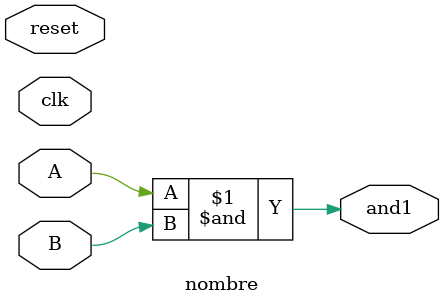
<source format=v>
module nombre (
    input wire clk,
    input wire reset,
    input wire A,  // Cambiado a entrada
    input wire B,  // Cambiado a entrada
    output wire and1     // Salida correcta
);

    // Operación lógica para la salida
    assign and1 = A & B;

endmodule
</source>
